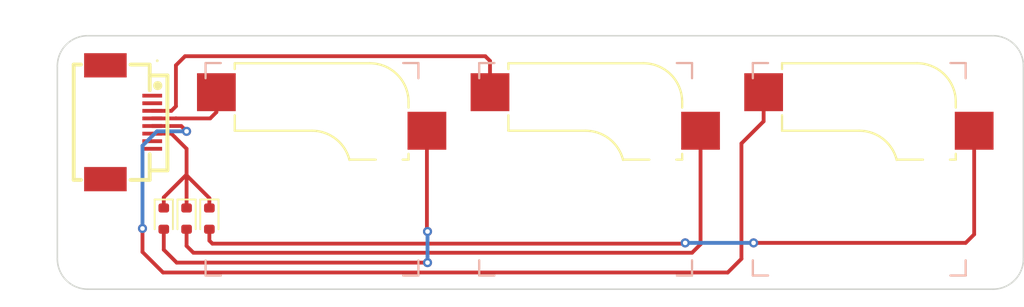
<source format=kicad_pcb>
(kicad_pcb (version 20240108) (generator "pcbnew") (generator_version "8.0")
  (layers (0 "F.Cu" signal) (31 "B.Cu" signal) (34 "B.Paste" user) (35 "F.Paste" user) (36 "B.SilkS" user "B.Silkscreen") (37 "F.SilkS" user "F.Silkscreen") (38 "B.Mask" user) (39 "F.Mask" user) (44 "Edge.Cuts" user))
  (net 0 "")
  (net 1 "Net-(D1-A)")
  (net 2 "ROW-7")
  (net 3 "Net-(D2-A)")
  (net 4 "Net-(D3-A)")
  (net 5 "COL-0")
  (net 6 "COL-1")
  (net 7 "COL-2")
  (footprint "Diode_SMD:D_SOD-523" (layer "F.Cu") (at 115.75 88.25 -90)
    (property "Reference" "D1" (hide yes))
    (property "Value" "1N4148WT")
    (fp_line (start 0.7 0.6) (end -1.26 0.6) (stroke (width 0.12)) (layer "F.SilkS"))
    (fp_line (start -1.26 -0.6) (end -1.26 0.6) (stroke (width 0.12)) (layer "F.SilkS"))
    (fp_line (start 0.7 -0.6) (end -1.26 -0.6) (stroke (width 0.12)) (layer "F.SilkS"))
    (pad "1" smd roundrect (at -0.7 0 90) (size 0.6 0.7) (layers "F.Cu" "F.Paste" "F.Mask") (net 2 "ROW-7"))
    (pad "2" smd roundrect (at 0.7 0 90) (size 0.6 0.7) (layers "F.Cu" "F.Paste" "F.Mask") (net 1 "Net-(D1-A)"))
  )
  (footprint "Diode_SMD:D_SOD-523" (layer "F.Cu") (at 114.25 88.25 -90)
    (property "Reference" "D2" (hide yes))
    (property "Value" "1N4148WT")
    (fp_line (start 0.7 0.6) (end -1.26 0.6) (stroke (width 0.12)) (layer "F.SilkS"))
    (fp_line (start -1.26 -0.6) (end -1.26 0.6) (stroke (width 0.12)) (layer "F.SilkS"))
    (fp_line (start 0.7 -0.6) (end -1.26 -0.6) (stroke (width 0.12)) (layer "F.SilkS"))
    (pad "1" smd roundrect (at -0.7 0 90) (size 0.6 0.7) (layers "F.Cu" "F.Paste" "F.Mask") (net 2 "ROW-7"))
    (pad "2" smd roundrect (at 0.7 0 90) (size 0.6 0.7) (layers "F.Cu" "F.Paste" "F.Mask") (net 3 "Net-(D2-A)"))
  )
  (footprint "MyKicadFootprints:FPC-SMD_8P-P0.50_8.01A0.008200" (layer "F.Cu") (at 111.95 81.9 -90)
    (property "Reference" "U1" (hide yes))
    (property "Value" "FPC_0_5-8P_HYH2_0")
    (fp_line (start -3.800102 3.624994) (end -3.800102 3.14732) (stroke (width 0.254)) (layer "F.SilkS"))
    (fp_line (start 3.799975 3.624994) (end -3.800102 3.624994) (stroke (width 0.254)) (layer "F.SilkS"))
    (fp_line (start 3.799949 3.14732) (end 3.799949 3.624994) (stroke (width 0.254)) (layer "F.SilkS"))
    (fp_line (start -3.800102 -0.114935) (end -3.800102 -1.375006) (stroke (width 0.254)) (layer "F.SilkS"))
    (fp_line (start -3.700076 -1.375006) (end -2.106121 -1.375006) (stroke (width 0.254)) (layer "F.SilkS"))
    (fp_line (start -3.083846 -1.375006) (end -3.083846 -2.540005) (stroke (width 0.254)) (layer "F.SilkS"))
    (fp_line (start 2.106096 -1.375006) (end 3.799949 -1.375006) (stroke (width 0.254)) (layer "F.SilkS"))
    (fp_line (start 3.799949 -1.375006) (end 3.799949 -0.114935) (stroke (width 0.254)) (layer "F.SilkS"))
    (fp_line (start -3.083846 -2.540005) (end 3.174981 -2.540005) (stroke (width 0.254)) (layer "F.SilkS"))
    (fp_line (start 3.174981 -2.540005) (end 3.174981 -1.375006) (stroke (width 0.254)) (layer "F.SilkS"))
    (fp_circle (center -4.049987 -1.871196) (end -4.01999 -1.871196) (stroke (width 0.059995)) (fill none) (layer "F.SilkS"))
    (fp_circle (center -2.41303 -1.905004) (end -2.263018 -1.905004) (stroke (width 0.3)) (fill none) (layer "F.SilkS"))
    (pad "1" smd rect (at -1.750064 -1.540132 270) (size 0.250013 1.3) (layers "F.Cu" "F.Paste" "F.Mask"))
    (pad "2" smd rect (at -1.249936 -1.540132 270) (size 0.250013 1.3) (layers "F.Cu" "F.Paste" "F.Mask"))
    (pad "3" smd rect (at -0.750064 -1.540132 270) (size 0.250013 1.3) (layers "F.Cu" "F.Paste" "F.Mask") (net 5 "COL-0"))
    (pad "4" smd rect (at -0.249936 -1.540132 270) (size 0.250013 1.3) (layers "F.Cu" "F.Paste" "F.Mask") (net 6 "COL-1"))
    (pad "5" smd rect (at 0.249936 -1.540132 270) (size 0.250013 1.3) (layers "F.Cu" "F.Paste" "F.Mask") (net 7 "COL-2"))
    (pad "6" smd rect (at 0.750064 -1.540132 270) (size 0.250013 1.3) (layers "F.Cu" "F.Paste" "F.Mask") (net 2 "ROW-7"))
    (pad "7" smd rect (at 1.249936 -1.540132 270) (size 0.250013 1.3) (layers "F.Cu" "F.Paste" "F.Mask"))
    (pad "8" smd rect (at 1.750064 -1.540132 270) (size 0.250013 1.3) (layers "F.Cu" "F.Paste" "F.Mask"))
    (pad "9" smd rect (at 3.750064 1.540132 270) (size 1.6 2.8) (layers "F.Cu" "F.Paste" "F.Mask"))
    (pad "10" smd rect (at -3.750064 1.540132 270) (size 1.6 2.8) (layers "F.Cu" "F.Paste" "F.Mask"))
  )
  (footprint "Diode_SMD:D_SOD-523" (layer "F.Cu") (at 117.25 88.25 -90)
    (property "Reference" "D3" (hide yes))
    (property "Value" "1N4148WT")
    (fp_line (start 0.7 0.6) (end -1.26 0.6) (stroke (width 0.12)) (layer "F.SilkS"))
    (fp_line (start -1.26 -0.6) (end -1.26 0.6) (stroke (width 0.12)) (layer "F.SilkS"))
    (fp_line (start 0.7 -0.6) (end -1.26 -0.6) (stroke (width 0.12)) (layer "F.SilkS"))
    (pad "1" smd roundrect (at -0.7 0 90) (size 0.6 0.7) (layers "F.Cu" "F.Paste" "F.Mask") (net 2 "ROW-7"))
    (pad "2" smd roundrect (at 0.7 0 90) (size 0.6 0.7) (layers "F.Cu" "F.Paste" "F.Mask") (net 4 "Net-(D3-A)"))
  )
  (footprint "keyswitches:Kailh_socket_MX" (layer "B.Cu") (at 160 85 180)
    (property "Reference" "SW3" (hide yes))
    (property "Value" "SW_SPST")
    (fp_line (start 7 6) (end 7 7) (stroke (width 0.15)) (layer "B.SilkS"))
    (fp_line (start 7 -7) (end 7 -6) (stroke (width 0.15)) (layer "B.SilkS"))
    (fp_line (start 7 -7) (end 6 -7) (stroke (width 0.15)) (layer "B.SilkS"))
    (fp_line (start 6 7) (end 7 7) (stroke (width 0.15)) (layer "B.SilkS"))
    (fp_line (start -6 -7) (end -7 -7) (stroke (width 0.15)) (layer "B.SilkS"))
    (fp_line (start -7 7) (end -6 7) (stroke (width 0.15)) (layer "B.SilkS"))
    (fp_line (start -7 7) (end -7 6) (stroke (width 0.15)) (layer "B.SilkS"))
    (fp_line (start -7 -6) (end -7 -7) (stroke (width 0.15)) (layer "B.SilkS"))
    (fp_line (start 5.08 6.985) (end -3.81 6.985) (stroke (width 0.15)) (layer "F.SilkS"))
    (fp_line (start 5.08 6.604) (end 5.08 6.985) (stroke (width 0.15)) (layer "F.SilkS"))
    (fp_line (start 5.08 2.54) (end 5.08 3.556) (stroke (width 0.15)) (layer "F.SilkS"))
    (fp_line (start 0 2.54) (end 5.08 2.54) (stroke (width 0.15)) (layer "F.SilkS"))
    (fp_line (start -4.191 0.635) (end -2.464162 0.635) (stroke (width 0.15)) (layer "F.SilkS"))
    (fp_line (start -6.35 4.064) (end -6.35 4.445) (stroke (width 0.15)) (layer "F.SilkS"))
    (fp_line (start -6.35 0.635) (end -5.969 0.635) (stroke (width 0.15)) (layer "F.SilkS"))
    (fp_line (start -6.35 0.635) (end -6.35 1.016) (stroke (width 0.15)) (layer "F.SilkS"))
    (fp_arc (start 0 2.54) (mid -1.563147 2.002042) (end -2.464162 0.61604) (stroke (width 0.15)) (layer "F.SilkS"))
    (fp_arc (start -3.81 6.985) (mid -5.606051 6.241051) (end -6.35 4.445) (stroke (width 0.15)) (layer "F.SilkS"))
    (pad "" np_thru_hole circle (at -5.08 0 180) (size 1.7018 1.7018) (drill 1.7018) (layers "*.Cu" "*.Mask"))
    (pad "" np_thru_hole circle (at -3.81 2.54 180) (size 3 3) (drill 3) (layers "*.Cu" "*.Mask"))
    (pad "" np_thru_hole circle (at 0 0 180) (size 3.9878 3.9878) (drill 3.9878) (layers "*.Cu" "*.Mask"))
    (pad "" np_thru_hole circle (at 2.54 5.08 180) (size 3 3) (drill 3) (layers "*.Cu" "*.Mask"))
    (pad "" np_thru_hole circle (at 5.08 0 180) (size 1.7018 1.7018) (drill 1.7018) (layers "*.Cu" "*.Mask"))
    (pad "1" smd rect (at 6.29 5.08 180) (size 2.55 2.5) (layers "F.Cu" "F.Paste" "F.Mask") (net 7 "COL-2"))
    (pad "2" smd rect (at -7.56 2.54 180) (size 2.55 2.5) (layers "F.Cu" "F.Paste" "F.Mask") (net 4 "Net-(D3-A)"))
  )
  (footprint "keyswitches:Kailh_socket_MX" (layer "B.Cu") (at 124 85 180)
    (property "Reference" "SW2" (hide yes))
    (property "Value" "SW_SPST")
    (fp_line (start 7 6) (end 7 7) (stroke (width 0.15)) (layer "B.SilkS"))
    (fp_line (start 7 -7) (end 7 -6) (stroke (width 0.15)) (layer "B.SilkS"))
    (fp_line (start 7 -7) (end 6 -7) (stroke (width 0.15)) (layer "B.SilkS"))
    (fp_line (start 6 7) (end 7 7) (stroke (width 0.15)) (layer "B.SilkS"))
    (fp_line (start -6 -7) (end -7 -7) (stroke (width 0.15)) (layer "B.SilkS"))
    (fp_line (start -7 7) (end -6 7) (stroke (width 0.15)) (layer "B.SilkS"))
    (fp_line (start -7 7) (end -7 6) (stroke (width 0.15)) (layer "B.SilkS"))
    (fp_line (start -7 -6) (end -7 -7) (stroke (width 0.15)) (layer "B.SilkS"))
    (fp_line (start 5.08 6.985) (end -3.81 6.985) (stroke (width 0.15)) (layer "F.SilkS"))
    (fp_line (start 5.08 6.604) (end 5.08 6.985) (stroke (width 0.15)) (layer "F.SilkS"))
    (fp_line (start 5.08 2.54) (end 5.08 3.556) (stroke (width 0.15)) (layer "F.SilkS"))
    (fp_line (start 0 2.54) (end 5.08 2.54) (stroke (width 0.15)) (layer "F.SilkS"))
    (fp_line (start -4.191 0.635) (end -2.464162 0.635) (stroke (width 0.15)) (layer "F.SilkS"))
    (fp_line (start -6.35 4.064) (end -6.35 4.445) (stroke (width 0.15)) (layer "F.SilkS"))
    (fp_line (start -6.35 0.635) (end -5.969 0.635) (stroke (width 0.15)) (layer "F.SilkS"))
    (fp_line (start -6.35 0.635) (end -6.35 1.016) (stroke (width 0.15)) (layer "F.SilkS"))
    (fp_arc (start 0 2.54) (mid -1.563147 2.002042) (end -2.464162 0.61604) (stroke (width 0.15)) (layer "F.SilkS"))
    (fp_arc (start -3.81 6.985) (mid -5.606051 6.241051) (end -6.35 4.445) (stroke (width 0.15)) (layer "F.SilkS"))
    (pad "" np_thru_hole circle (at -5.08 0 180) (size 1.7018 1.7018) (drill 1.7018) (layers "*.Cu" "*.Mask"))
    (pad "" np_thru_hole circle (at -3.81 2.54 180) (size 3 3) (drill 3) (layers "*.Cu" "*.Mask"))
    (pad "" np_thru_hole circle (at 0 0 180) (size 3.9878 3.9878) (drill 3.9878) (layers "*.Cu" "*.Mask"))
    (pad "" np_thru_hole circle (at 2.54 5.08 180) (size 3 3) (drill 3) (layers "*.Cu" "*.Mask"))
    (pad "" np_thru_hole circle (at 5.08 0 180) (size 1.7018 1.7018) (drill 1.7018) (layers "*.Cu" "*.Mask"))
    (pad "1" smd rect (at 6.29 5.08 180) (size 2.55 2.5) (layers "F.Cu" "F.Paste" "F.Mask") (net 6 "COL-1"))
    (pad "2" smd rect (at -7.56 2.54 180) (size 2.55 2.5) (layers "F.Cu" "F.Paste" "F.Mask") (net 3 "Net-(D2-A)"))
  )
  (footprint "keyswitches:Kailh_socket_MX" (layer "B.Cu") (at 142 85 180)
    (property "Reference" "SW1" (hide yes))
    (property "Value" "SW_SPST")
    (fp_line (start 7 6) (end 7 7) (stroke (width 0.15)) (layer "B.SilkS"))
    (fp_line (start 7 -7) (end 7 -6) (stroke (width 0.15)) (layer "B.SilkS"))
    (fp_line (start 7 -7) (end 6 -7) (stroke (width 0.15)) (layer "B.SilkS"))
    (fp_line (start 6 7) (end 7 7) (stroke (width 0.15)) (layer "B.SilkS"))
    (fp_line (start -6 -7) (end -7 -7) (stroke (width 0.15)) (layer "B.SilkS"))
    (fp_line (start -7 7) (end -6 7) (stroke (width 0.15)) (layer "B.SilkS"))
    (fp_line (start -7 7) (end -7 6) (stroke (width 0.15)) (layer "B.SilkS"))
    (fp_line (start -7 -6) (end -7 -7) (stroke (width 0.15)) (layer "B.SilkS"))
    (fp_line (start 5.08 6.985) (end -3.81 6.985) (stroke (width 0.15)) (layer "F.SilkS"))
    (fp_line (start 5.08 6.604) (end 5.08 6.985) (stroke (width 0.15)) (layer "F.SilkS"))
    (fp_line (start 5.08 2.54) (end 5.08 3.556) (stroke (width 0.15)) (layer "F.SilkS"))
    (fp_line (start 0 2.54) (end 5.08 2.54) (stroke (width 0.15)) (layer "F.SilkS"))
    (fp_line (start -4.191 0.635) (end -2.464162 0.635) (stroke (width 0.15)) (layer "F.SilkS"))
    (fp_line (start -6.35 4.064) (end -6.35 4.445) (stroke (width 0.15)) (layer "F.SilkS"))
    (fp_line (start -6.35 0.635) (end -5.969 0.635) (stroke (width 0.15)) (layer "F.SilkS"))
    (fp_line (start -6.35 0.635) (end -6.35 1.016) (stroke (width 0.15)) (layer "F.SilkS"))
    (fp_arc (start 0 2.54) (mid -1.563147 2.002042) (end -2.464162 0.61604) (stroke (width 0.15)) (layer "F.SilkS"))
    (fp_arc (start -3.81 6.985) (mid -5.606051 6.241051) (end -6.35 4.445) (stroke (width 0.15)) (layer "F.SilkS"))
    (pad "" np_thru_hole circle (at -5.08 0 180) (size 1.7018 1.7018) (drill 1.7018) (layers "*.Cu" "*.Mask"))
    (pad "" np_thru_hole circle (at -3.81 2.54 180) (size 3 3) (drill 3) (layers "*.Cu" "*.Mask"))
    (pad "" np_thru_hole circle (at 0 0 180) (size 3.9878 3.9878) (drill 3.9878) (layers "*.Cu" "*.Mask"))
    (pad "" np_thru_hole circle (at 2.54 5.08 180) (size 3 3) (drill 3) (layers "*.Cu" "*.Mask"))
    (pad "" np_thru_hole circle (at 5.08 0 180) (size 1.7018 1.7018) (drill 1.7018) (layers "*.Cu" "*.Mask"))
    (pad "1" smd rect (at 6.29 5.08 180) (size 2.55 2.5) (layers "F.Cu" "F.Paste" "F.Mask") (net 5 "COL-0"))
    (pad "2" smd rect (at -7.56 2.54 180) (size 2.55 2.5) (layers "F.Cu" "F.Paste" "F.Mask") (net 1 "Net-(D1-A)"))
  )
  (gr_line (start 109.25 76.2) (end 168.8 76.2) (stroke (width 0.1)) (layer "Edge.Cuts"))
  (gr_arc (start 107.25 78.2) (mid 107.835786 76.785786) (end 109.25 76.2) (stroke (width 0.1)) (layer "Edge.Cuts"))
  (gr_line (start 107.25 90.9) (end 107.25 78.2) (stroke (width 0.1)) (layer "Edge.Cuts"))
  (gr_line (start 168.8 92.9) (end 109.25 92.9) (stroke (width 0.1)) (layer "Edge.Cuts"))
  (gr_line (start 170.8 78.2) (end 170.8 90.9) (stroke (width 0.1)) (layer "Edge.Cuts"))
  (gr_arc (start 109.25 92.9) (mid 107.835786 92.314214) (end 107.25 90.9) (stroke (width 0.1)) (layer "Edge.Cuts"))
  (gr_arc (start 168.8 76.2) (mid 170.214214 76.785786) (end 170.8 78.2) (stroke (width 0.1)) (layer "Edge.Cuts"))
  (gr_arc (start 170.8 90.9) (mid 170.214214 92.314214) (end 168.8 92.9) (stroke (width 0.1)) (layer "Edge.Cuts"))
  (segment (start 149.56 89.94) (end 149.56 82.46) (width 0.25) (layer "F.Cu") (net 1))
  (segment (start 115.75 88.95) (end 115.75 90.05) (width 0.25) (layer "F.Cu") (net 1))
  (segment (start 115.75 90.05) (end 116.2 90.5) (width 0.25) (layer "F.Cu") (net 1))
  (segment (start 116.2 90.5) (end 149 90.5) (width 0.25) (layer "F.Cu") (net 1))
  (segment (start 149 90.5) (end 149.56 89.94) (width 0.25) (layer "F.Cu") (net 1))
  (segment (start 114.750064 82.650064) (end 113.490132 82.650064) (width 0.25) (layer "F.Cu") (net 2))
  (segment (start 115.75 85.45) (end 115.75 85.35) (width 0.25) (layer "F.Cu") (net 2))
  (segment (start 115.75 85.35) (end 115.75 83.65) (width 0.25) (layer "F.Cu") (net 2))
  (segment (start 115.75 83.65) (end 114.750064 82.650064) (width 0.25) (layer "F.Cu") (net 2))
  (segment (start 114.25 87.55) (end 114.25 86.85) (width 0.25) (layer "F.Cu") (net 2))
  (segment (start 114.25 86.85) (end 115.75 85.35) (width 0.25) (layer "F.Cu") (net 2))
  (segment (start 115.75 87.55) (end 115.75 85.45) (width 0.25) (layer "F.Cu") (net 2))
  (segment (start 117.25 86.9) (end 115.8 85.45) (width 0.25) (layer "F.Cu") (net 2))
  (segment (start 115.8 85.45) (end 115.75 85.45) (width 0.25) (layer "F.Cu") (net 2))
  (segment (start 117.25 87.55) (end 117.25 86.9) (width 0.25) (layer "F.Cu") (net 2))
  (segment (start 131.6 91.15) (end 115.1 91.15) (width 0.25) (layer "F.Cu") (net 3))
  (segment (start 115.1 91.15) (end 114.25 90.3) (width 0.25) (layer "F.Cu") (net 3))
  (segment (start 114.25 90.3) (end 114.25 88.95) (width 0.25) (layer "F.Cu") (net 3))
  (segment (start 131.56 89.06) (end 131.56 82.46) (width 0.25) (layer "F.Cu") (net 3))
  (segment (start 131.6 89.1) (end 131.56 89.06) (width 0.25) (layer "F.Cu") (net 3))
  (via (at 131.6 89.1) (size 0.6) (drill 0.3) (layers "F.Cu" "B.Cu") (net 3))
  (via (at 131.6 91.15) (size 0.6) (drill 0.3) (layers "F.Cu" "B.Cu") (net 3))
  (segment (start 131.6 89.1) (end 131.6 91.15) (width 0.25) (layer "B.Cu") (net 3))
  (segment (start 117.45 89.9) (end 117.25 89.7) (width 0.25) (layer "F.Cu") (net 4))
  (segment (start 117.25 89.7) (end 117.25 88.95) (width 0.25) (layer "F.Cu") (net 4))
  (segment (start 148.55 89.85) (end 148.5 89.9) (width 0.25) (layer "F.Cu") (net 4))
  (segment (start 153.05 89.85) (end 167 89.85) (width 0.25) (layer "F.Cu") (net 4))
  (segment (start 167.56 89.29) (end 167.56 82.46) (width 0.25) (layer "F.Cu") (net 4))
  (segment (start 167 89.85) (end 167.56 89.29) (width 0.25) (layer "F.Cu") (net 4))
  (segment (start 148.5 89.9) (end 117.45 89.9) (width 0.25) (layer "F.Cu") (net 4))
  (via (at 153.05 89.85) (size 0.6) (drill 0.3) (layers "F.Cu" "B.Cu") (net 4))
  (via (at 148.55 89.85) (size 0.6) (drill 0.3) (layers "F.Cu" "B.Cu") (net 4))
  (segment (start 153.05 89.85) (end 148.55 89.85) (width 0.25) (layer "B.Cu") (net 4))
  (segment (start 114.750064 81.149936) (end 113.490132 81.149936) (width 0.25) (layer "F.Cu") (net 5))
  (segment (start 135.4 77.55) (end 115.65 77.55) (width 0.25) (layer "F.Cu") (net 5))
  (segment (start 115.05 78.15) (end 115.05 80.85) (width 0.25) (layer "F.Cu") (net 5))
  (segment (start 135.71 79.92) (end 135.71 77.86) (width 0.25) (layer "F.Cu") (net 5))
  (segment (start 115.65 77.55) (end 115.05 78.15) (width 0.25) (layer "F.Cu") (net 5))
  (segment (start 115.05 80.85) (end 114.750064 81.149936) (width 0.25) (layer "F.Cu") (net 5))
  (segment (start 135.71 77.86) (end 135.4 77.55) (width 0.25) (layer "F.Cu") (net 5))
  (segment (start 117.71 81.24) (end 117.71 79.92) (width 0.25) (layer "F.Cu") (net 6))
  (segment (start 117.3 81.65) (end 117.71 81.24) (width 0.25) (layer "F.Cu") (net 6))
  (segment (start 113.490132 81.650064) (end 115.049936 81.650064) (width 0.25) (layer "F.Cu") (net 6))
  (segment (start 115.05 81.65) (end 117.3 81.65) (width 0.25) (layer "F.Cu") (net 6))
  (segment (start 115.049936 81.650064) (end 115.05 81.65) (width 0.25) (layer "F.Cu") (net 6))
  (segment (start 151.35 91.8) (end 152.25 90.9) (width 0.25) (layer "F.Cu") (net 7))
  (segment (start 112.85 88.9) (end 112.85 90.45) (width 0.25) (layer "F.Cu") (net 7))
  (segment (start 115.399936 82.149936) (end 113.490132 82.149936) (width 0.25) (layer "F.Cu") (net 7))
  (segment (start 152.25 83.3) (end 153.71 81.84) (width 0.25) (layer "F.Cu") (net 7))
  (segment (start 152.25 90.9) (end 152.25 83.3) (width 0.25) (layer "F.Cu") (net 7))
  (segment (start 153.71 81.84) (end 153.71 79.92) (width 0.25) (layer "F.Cu") (net 7))
  (segment (start 115.75 82.5) (end 115.399936 82.149936) (width 0.25) (layer "F.Cu") (net 7))
  (segment (start 114.2 91.8) (end 151.35 91.8) (width 0.25) (layer "F.Cu") (net 7))
  (segment (start 112.85 90.45) (end 114.2 91.8) (width 0.25) (layer "F.Cu") (net 7))
  (via (at 112.85 88.9) (size 0.6) (drill 0.3) (layers "F.Cu" "B.Cu") (net 7))
  (via (at 115.75 82.5) (size 0.6) (drill 0.3) (layers "F.Cu" "B.Cu") (net 7))
  (segment (start 112.85 83.45) (end 113.8 82.5) (width 0.25) (layer "B.Cu") (net 7))
  (segment (start 112.85 88.9) (end 112.85 83.45) (width 0.25) (layer "B.Cu") (net 7))
  (segment (start 113.8 82.5) (end 115.75 82.5) (width 0.25) (layer "B.Cu") (net 7))
)
</source>
